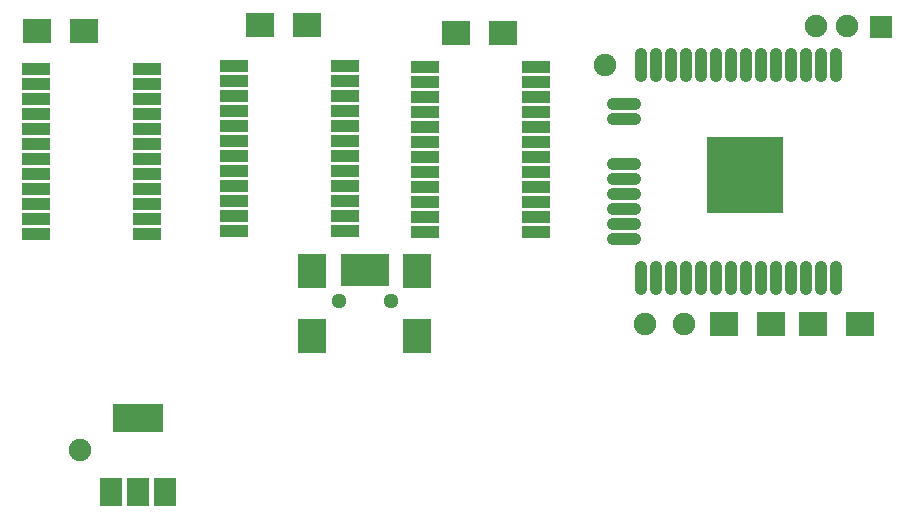
<source format=gbr>
G04 #@! TF.FileFunction,Soldermask,Bot*
%FSLAX46Y46*%
G04 Gerber Fmt 4.6, Leading zero omitted, Abs format (unit mm)*
G04 Created by KiCad (PCBNEW 4.0.6) date Thursday, 15 February 2018 'PMt' 20:30:34*
%MOMM*%
%LPD*%
G01*
G04 APERTURE LIST*
%ADD10C,0.100000*%
%ADD11R,0.900380X2.701240*%
%ADD12R,2.398980X2.899360*%
%ADD13C,1.299160*%
%ADD14O,1.100000X2.900000*%
%ADD15O,2.900000X1.100000*%
%ADD16R,6.400000X6.400000*%
%ADD17R,2.400000X2.100000*%
%ADD18R,4.200000X2.400000*%
%ADD19R,1.900000X2.400000*%
%ADD20R,2.400000X2.000000*%
%ADD21R,2.400000X1.000000*%
%ADD22C,1.900000*%
%ADD23R,1.900000X1.900000*%
G04 APERTURE END LIST*
D10*
D11*
X197500200Y-97750680D03*
X196700100Y-97750680D03*
X195900000Y-97750680D03*
X195099900Y-97750680D03*
X194299800Y-97750680D03*
D12*
X200350080Y-97849740D03*
X200350080Y-103348840D03*
X191449920Y-97849740D03*
X191449920Y-103348840D03*
D13*
X198099640Y-100349100D03*
X193700360Y-100349100D03*
D14*
X235800000Y-80400000D03*
X234530000Y-80400000D03*
X233260000Y-80400000D03*
X231990000Y-80400000D03*
X230720000Y-80400000D03*
X229450000Y-80400000D03*
X228180000Y-80400000D03*
X226910000Y-80400000D03*
X225640000Y-80400000D03*
X224370000Y-80400000D03*
X223100000Y-80400000D03*
X221830000Y-80400000D03*
X220560000Y-80400000D03*
X219290000Y-80400000D03*
D15*
X217800000Y-83685000D03*
X217800000Y-84955000D03*
X217800000Y-88765000D03*
X217800000Y-90035000D03*
X217800000Y-91305000D03*
X217800000Y-92575000D03*
X217800000Y-93845000D03*
X217800000Y-95115000D03*
D14*
X219290000Y-98400000D03*
X220560000Y-98400000D03*
X221830000Y-98400000D03*
X223100000Y-98400000D03*
X224370000Y-98400000D03*
X225640000Y-98400000D03*
X226910000Y-98400000D03*
X228180000Y-98400000D03*
X229450000Y-98400000D03*
X230720000Y-98400000D03*
X231990000Y-98400000D03*
X233260000Y-98400000D03*
X234530000Y-98400000D03*
X235800000Y-98400000D03*
D16*
X228100000Y-89700000D03*
D17*
X230300000Y-102300000D03*
X226300000Y-102300000D03*
X168100000Y-77500000D03*
X172100000Y-77500000D03*
D18*
X176700000Y-110300000D03*
D19*
X176700000Y-116600000D03*
X174400000Y-116600000D03*
X179000000Y-116600000D03*
D20*
X233800000Y-102300000D03*
X237800000Y-102300000D03*
D17*
X203600000Y-77700000D03*
X207600000Y-77700000D03*
X187000000Y-77000000D03*
X191000000Y-77000000D03*
D21*
X210400000Y-80610000D03*
X210400000Y-81880000D03*
X210400000Y-83150000D03*
X210400000Y-84420000D03*
X210400000Y-85690000D03*
X210400000Y-86960000D03*
X210400000Y-88230000D03*
X210400000Y-89500000D03*
X210400000Y-90770000D03*
X210400000Y-92040000D03*
X210400000Y-93310000D03*
X210400000Y-94580000D03*
X201000000Y-94580000D03*
X201000000Y-93310000D03*
X201000000Y-92040000D03*
X201000000Y-90770000D03*
X201000000Y-89500000D03*
X201000000Y-88230000D03*
X201000000Y-86960000D03*
X201000000Y-85690000D03*
X201000000Y-84420000D03*
X201000000Y-83150000D03*
X201000000Y-81880000D03*
X201000000Y-80610000D03*
X194250000Y-80530000D03*
X194250000Y-81800000D03*
X194250000Y-83070000D03*
X194250000Y-84340000D03*
X194250000Y-85610000D03*
X194250000Y-86880000D03*
X194250000Y-88150000D03*
X194250000Y-89420000D03*
X194250000Y-90690000D03*
X194250000Y-91960000D03*
X194250000Y-93230000D03*
X194250000Y-94500000D03*
X184850000Y-94500000D03*
X184850000Y-93230000D03*
X184850000Y-91960000D03*
X184850000Y-90690000D03*
X184850000Y-89420000D03*
X184850000Y-88150000D03*
X184850000Y-86880000D03*
X184850000Y-85610000D03*
X184850000Y-84340000D03*
X184850000Y-83070000D03*
X184850000Y-81800000D03*
X184850000Y-80530000D03*
X177450000Y-80765000D03*
X177450000Y-82035000D03*
X177450000Y-83305000D03*
X177450000Y-84575000D03*
X177450000Y-85845000D03*
X177450000Y-87115000D03*
X177450000Y-88385000D03*
X177450000Y-89655000D03*
X177450000Y-90925000D03*
X177450000Y-92195000D03*
X177450000Y-93465000D03*
X177450000Y-94735000D03*
X168050000Y-94735000D03*
X168050000Y-93465000D03*
X168050000Y-92195000D03*
X168050000Y-90925000D03*
X168050000Y-89655000D03*
X168050000Y-88385000D03*
X168050000Y-87115000D03*
X168050000Y-85845000D03*
X168050000Y-84575000D03*
X168050000Y-83305000D03*
X168050000Y-82035000D03*
X168050000Y-80765000D03*
D22*
X171800000Y-113000000D03*
D23*
X239600000Y-77200000D03*
D22*
X219600000Y-102300000D03*
X222900000Y-102300000D03*
X236700000Y-77100000D03*
X234100000Y-77100000D03*
X216200000Y-80400000D03*
M02*

</source>
